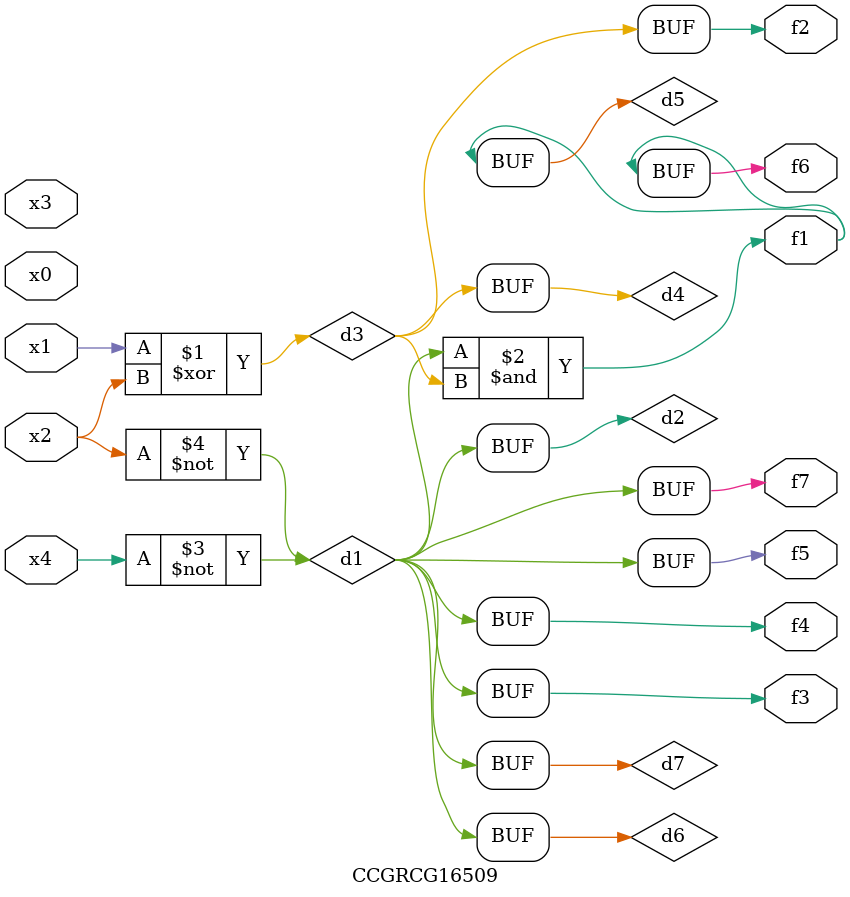
<source format=v>
module CCGRCG16509(
	input x0, x1, x2, x3, x4,
	output f1, f2, f3, f4, f5, f6, f7
);

	wire d1, d2, d3, d4, d5, d6, d7;

	not (d1, x4);
	not (d2, x2);
	xor (d3, x1, x2);
	buf (d4, d3);
	and (d5, d1, d3);
	buf (d6, d1, d2);
	buf (d7, d2);
	assign f1 = d5;
	assign f2 = d4;
	assign f3 = d7;
	assign f4 = d7;
	assign f5 = d7;
	assign f6 = d5;
	assign f7 = d7;
endmodule

</source>
